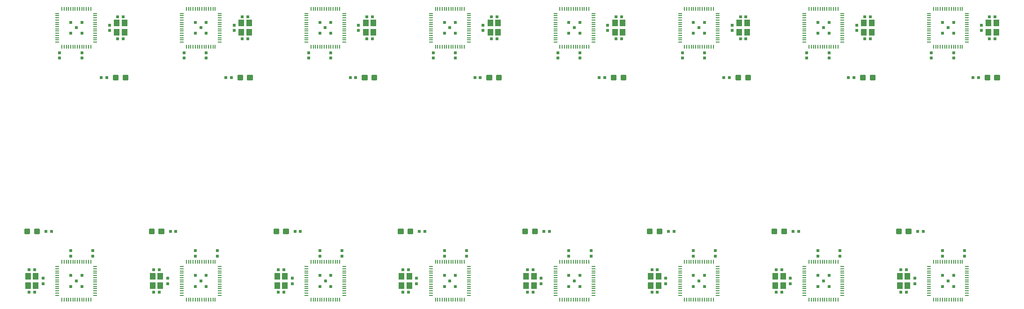
<source format=gtp>
G04 EAGLE Gerber RS-274X export*
G75*
%MOMM*%
%FSLAX34Y34*%
%LPD*%
%INSolderpaste Top*%
%IPPOS*%
%AMOC8*
5,1,8,0,0,1.08239X$1,22.5*%
G01*
%ADD10R,0.600000X0.600000*%
%ADD11C,0.300000*%
%ADD12R,0.200000X0.650000*%
%ADD13R,0.650000X0.200000*%
%ADD14R,1.100000X1.200000*%


D10*
X25000Y100000D03*
X35000Y100000D03*
X25000Y140000D03*
X35000Y140000D03*
D11*
X24730Y206500D02*
X24730Y213500D01*
X24730Y206500D02*
X17730Y206500D01*
X17730Y213500D01*
X24730Y213500D01*
X24730Y209350D02*
X17730Y209350D01*
X17730Y212200D02*
X24730Y212200D01*
X42270Y213500D02*
X42270Y206500D01*
X35270Y206500D01*
X35270Y213500D01*
X42270Y213500D01*
X42270Y209350D02*
X35270Y209350D01*
X35270Y212200D02*
X42270Y212200D01*
D10*
X55000Y210000D03*
X65000Y210000D03*
D12*
X112000Y154250D03*
D10*
X120000Y130000D03*
D12*
X116000Y154250D03*
X120000Y154250D03*
X124000Y154250D03*
X128000Y154250D03*
X132000Y154250D03*
X136000Y154250D03*
X84000Y154250D03*
X88000Y154250D03*
X92000Y154250D03*
X96000Y154250D03*
X100000Y154250D03*
X104000Y154250D03*
X108000Y154250D03*
D13*
X75750Y122000D03*
X75750Y126000D03*
X75750Y130000D03*
X75750Y134000D03*
X75750Y138000D03*
X75750Y142000D03*
X75750Y146000D03*
X75750Y94000D03*
X75750Y98000D03*
X75750Y102000D03*
X75750Y106000D03*
X75750Y110000D03*
X75750Y114000D03*
X75750Y118000D03*
D12*
X108000Y85750D03*
X104000Y85750D03*
X100000Y85750D03*
X96000Y85750D03*
X92000Y85750D03*
X88000Y85750D03*
X84000Y85750D03*
X136000Y85750D03*
X132000Y85750D03*
X128000Y85750D03*
X124000Y85750D03*
X120000Y85750D03*
X116000Y85750D03*
X112000Y85750D03*
D13*
X144250Y118000D03*
X144250Y114000D03*
X144250Y110000D03*
X144250Y106000D03*
X144250Y102000D03*
X144250Y98000D03*
X144250Y94000D03*
X144250Y146000D03*
X144250Y142000D03*
X144250Y138000D03*
X144250Y134000D03*
X144250Y130000D03*
X144250Y126000D03*
X144250Y122000D03*
D10*
X100000Y130000D03*
X100000Y110000D03*
X120000Y110000D03*
X110000Y120000D03*
X50000Y115000D03*
X50000Y125000D03*
X100000Y165000D03*
X100000Y175000D03*
X140000Y165000D03*
X140000Y175000D03*
D14*
X22900Y128540D03*
X22900Y111540D03*
X36900Y111540D03*
X36900Y128540D03*
D10*
X250069Y100000D03*
X260069Y100000D03*
X250069Y140000D03*
X260069Y140000D03*
D11*
X249799Y206500D02*
X249799Y213500D01*
X249799Y206500D02*
X242799Y206500D01*
X242799Y213500D01*
X249799Y213500D01*
X249799Y209350D02*
X242799Y209350D01*
X242799Y212200D02*
X249799Y212200D01*
X267339Y213500D02*
X267339Y206500D01*
X260339Y206500D01*
X260339Y213500D01*
X267339Y213500D01*
X267339Y209350D02*
X260339Y209350D01*
X260339Y212200D02*
X267339Y212200D01*
D10*
X280069Y210000D03*
X290069Y210000D03*
D12*
X337069Y154250D03*
D10*
X345069Y130000D03*
D12*
X341069Y154250D03*
X345069Y154250D03*
X349069Y154250D03*
X353069Y154250D03*
X357069Y154250D03*
X361069Y154250D03*
X309069Y154250D03*
X313069Y154250D03*
X317069Y154250D03*
X321069Y154250D03*
X325069Y154250D03*
X329069Y154250D03*
X333069Y154250D03*
D13*
X300819Y122000D03*
X300819Y126000D03*
X300819Y130000D03*
X300819Y134000D03*
X300819Y138000D03*
X300819Y142000D03*
X300819Y146000D03*
X300819Y94000D03*
X300819Y98000D03*
X300819Y102000D03*
X300819Y106000D03*
X300819Y110000D03*
X300819Y114000D03*
X300819Y118000D03*
D12*
X333069Y85750D03*
X329069Y85750D03*
X325069Y85750D03*
X321069Y85750D03*
X317069Y85750D03*
X313069Y85750D03*
X309069Y85750D03*
X361069Y85750D03*
X357069Y85750D03*
X353069Y85750D03*
X349069Y85750D03*
X345069Y85750D03*
X341069Y85750D03*
X337069Y85750D03*
D13*
X369319Y118000D03*
X369319Y114000D03*
X369319Y110000D03*
X369319Y106000D03*
X369319Y102000D03*
X369319Y98000D03*
X369319Y94000D03*
X369319Y146000D03*
X369319Y142000D03*
X369319Y138000D03*
X369319Y134000D03*
X369319Y130000D03*
X369319Y126000D03*
X369319Y122000D03*
D10*
X325069Y130000D03*
X325069Y110000D03*
X345069Y110000D03*
X335069Y120000D03*
X275069Y115000D03*
X275069Y125000D03*
X325069Y165000D03*
X325069Y175000D03*
X365069Y165000D03*
X365069Y175000D03*
D14*
X247969Y128540D03*
X247969Y111540D03*
X261969Y111540D03*
X261969Y128540D03*
D10*
X475164Y100000D03*
X485164Y100000D03*
X475164Y140000D03*
X485164Y140000D03*
D11*
X474894Y206500D02*
X474894Y213500D01*
X474894Y206500D02*
X467894Y206500D01*
X467894Y213500D01*
X474894Y213500D01*
X474894Y209350D02*
X467894Y209350D01*
X467894Y212200D02*
X474894Y212200D01*
X492434Y213500D02*
X492434Y206500D01*
X485434Y206500D01*
X485434Y213500D01*
X492434Y213500D01*
X492434Y209350D02*
X485434Y209350D01*
X485434Y212200D02*
X492434Y212200D01*
D10*
X505164Y210000D03*
X515164Y210000D03*
D12*
X562164Y154250D03*
D10*
X570164Y130000D03*
D12*
X566164Y154250D03*
X570164Y154250D03*
X574164Y154250D03*
X578164Y154250D03*
X582164Y154250D03*
X586164Y154250D03*
X534164Y154250D03*
X538164Y154250D03*
X542164Y154250D03*
X546164Y154250D03*
X550164Y154250D03*
X554164Y154250D03*
X558164Y154250D03*
D13*
X525914Y122000D03*
X525914Y126000D03*
X525914Y130000D03*
X525914Y134000D03*
X525914Y138000D03*
X525914Y142000D03*
X525914Y146000D03*
X525914Y94000D03*
X525914Y98000D03*
X525914Y102000D03*
X525914Y106000D03*
X525914Y110000D03*
X525914Y114000D03*
X525914Y118000D03*
D12*
X558164Y85750D03*
X554164Y85750D03*
X550164Y85750D03*
X546164Y85750D03*
X542164Y85750D03*
X538164Y85750D03*
X534164Y85750D03*
X586164Y85750D03*
X582164Y85750D03*
X578164Y85750D03*
X574164Y85750D03*
X570164Y85750D03*
X566164Y85750D03*
X562164Y85750D03*
D13*
X594414Y118000D03*
X594414Y114000D03*
X594414Y110000D03*
X594414Y106000D03*
X594414Y102000D03*
X594414Y98000D03*
X594414Y94000D03*
X594414Y146000D03*
X594414Y142000D03*
X594414Y138000D03*
X594414Y134000D03*
X594414Y130000D03*
X594414Y126000D03*
X594414Y122000D03*
D10*
X550164Y130000D03*
X550164Y110000D03*
X570164Y110000D03*
X560164Y120000D03*
X500164Y115000D03*
X500164Y125000D03*
X550164Y165000D03*
X550164Y175000D03*
X590164Y165000D03*
X590164Y175000D03*
D14*
X473064Y128540D03*
X473064Y111540D03*
X487064Y111540D03*
X487064Y128540D03*
D10*
X700234Y100000D03*
X710234Y100000D03*
X700234Y140000D03*
X710234Y140000D03*
D11*
X699964Y206500D02*
X699964Y213500D01*
X699964Y206500D02*
X692964Y206500D01*
X692964Y213500D01*
X699964Y213500D01*
X699964Y209350D02*
X692964Y209350D01*
X692964Y212200D02*
X699964Y212200D01*
X717504Y213500D02*
X717504Y206500D01*
X710504Y206500D01*
X710504Y213500D01*
X717504Y213500D01*
X717504Y209350D02*
X710504Y209350D01*
X710504Y212200D02*
X717504Y212200D01*
D10*
X730234Y210000D03*
X740234Y210000D03*
D12*
X787234Y154250D03*
D10*
X795234Y130000D03*
D12*
X791234Y154250D03*
X795234Y154250D03*
X799234Y154250D03*
X803234Y154250D03*
X807234Y154250D03*
X811234Y154250D03*
X759234Y154250D03*
X763234Y154250D03*
X767234Y154250D03*
X771234Y154250D03*
X775234Y154250D03*
X779234Y154250D03*
X783234Y154250D03*
D13*
X750984Y122000D03*
X750984Y126000D03*
X750984Y130000D03*
X750984Y134000D03*
X750984Y138000D03*
X750984Y142000D03*
X750984Y146000D03*
X750984Y94000D03*
X750984Y98000D03*
X750984Y102000D03*
X750984Y106000D03*
X750984Y110000D03*
X750984Y114000D03*
X750984Y118000D03*
D12*
X783234Y85750D03*
X779234Y85750D03*
X775234Y85750D03*
X771234Y85750D03*
X767234Y85750D03*
X763234Y85750D03*
X759234Y85750D03*
X811234Y85750D03*
X807234Y85750D03*
X803234Y85750D03*
X799234Y85750D03*
X795234Y85750D03*
X791234Y85750D03*
X787234Y85750D03*
D13*
X819484Y118000D03*
X819484Y114000D03*
X819484Y110000D03*
X819484Y106000D03*
X819484Y102000D03*
X819484Y98000D03*
X819484Y94000D03*
X819484Y146000D03*
X819484Y142000D03*
X819484Y138000D03*
X819484Y134000D03*
X819484Y130000D03*
X819484Y126000D03*
X819484Y122000D03*
D10*
X775234Y130000D03*
X775234Y110000D03*
X795234Y110000D03*
X785234Y120000D03*
X725234Y115000D03*
X725234Y125000D03*
X775234Y165000D03*
X775234Y175000D03*
X815234Y165000D03*
X815234Y175000D03*
D14*
X698134Y128540D03*
X698134Y111540D03*
X712134Y111540D03*
X712134Y128540D03*
D10*
X925328Y100000D03*
X935328Y100000D03*
X925328Y140000D03*
X935328Y140000D03*
D11*
X925058Y206500D02*
X925058Y213500D01*
X925058Y206500D02*
X918058Y206500D01*
X918058Y213500D01*
X925058Y213500D01*
X925058Y209350D02*
X918058Y209350D01*
X918058Y212200D02*
X925058Y212200D01*
X942598Y213500D02*
X942598Y206500D01*
X935598Y206500D01*
X935598Y213500D01*
X942598Y213500D01*
X942598Y209350D02*
X935598Y209350D01*
X935598Y212200D02*
X942598Y212200D01*
D10*
X955328Y210000D03*
X965328Y210000D03*
D12*
X1012328Y154250D03*
D10*
X1020328Y130000D03*
D12*
X1016328Y154250D03*
X1020328Y154250D03*
X1024328Y154250D03*
X1028328Y154250D03*
X1032328Y154250D03*
X1036328Y154250D03*
X984328Y154250D03*
X988328Y154250D03*
X992328Y154250D03*
X996328Y154250D03*
X1000328Y154250D03*
X1004328Y154250D03*
X1008328Y154250D03*
D13*
X976078Y122000D03*
X976078Y126000D03*
X976078Y130000D03*
X976078Y134000D03*
X976078Y138000D03*
X976078Y142000D03*
X976078Y146000D03*
X976078Y94000D03*
X976078Y98000D03*
X976078Y102000D03*
X976078Y106000D03*
X976078Y110000D03*
X976078Y114000D03*
X976078Y118000D03*
D12*
X1008328Y85750D03*
X1004328Y85750D03*
X1000328Y85750D03*
X996328Y85750D03*
X992328Y85750D03*
X988328Y85750D03*
X984328Y85750D03*
X1036328Y85750D03*
X1032328Y85750D03*
X1028328Y85750D03*
X1024328Y85750D03*
X1020328Y85750D03*
X1016328Y85750D03*
X1012328Y85750D03*
D13*
X1044578Y118000D03*
X1044578Y114000D03*
X1044578Y110000D03*
X1044578Y106000D03*
X1044578Y102000D03*
X1044578Y98000D03*
X1044578Y94000D03*
X1044578Y146000D03*
X1044578Y142000D03*
X1044578Y138000D03*
X1044578Y134000D03*
X1044578Y130000D03*
X1044578Y126000D03*
X1044578Y122000D03*
D10*
X1000328Y130000D03*
X1000328Y110000D03*
X1020328Y110000D03*
X1010328Y120000D03*
X950328Y115000D03*
X950328Y125000D03*
X1000328Y165000D03*
X1000328Y175000D03*
X1040328Y165000D03*
X1040328Y175000D03*
D14*
X923228Y128540D03*
X923228Y111540D03*
X937228Y111540D03*
X937228Y128540D03*
D10*
X1150398Y100000D03*
X1160398Y100000D03*
X1150398Y140000D03*
X1160398Y140000D03*
D11*
X1150128Y206500D02*
X1150128Y213500D01*
X1150128Y206500D02*
X1143128Y206500D01*
X1143128Y213500D01*
X1150128Y213500D01*
X1150128Y209350D02*
X1143128Y209350D01*
X1143128Y212200D02*
X1150128Y212200D01*
X1167668Y213500D02*
X1167668Y206500D01*
X1160668Y206500D01*
X1160668Y213500D01*
X1167668Y213500D01*
X1167668Y209350D02*
X1160668Y209350D01*
X1160668Y212200D02*
X1167668Y212200D01*
D10*
X1180398Y210000D03*
X1190398Y210000D03*
D12*
X1237398Y154250D03*
D10*
X1245398Y130000D03*
D12*
X1241398Y154250D03*
X1245398Y154250D03*
X1249398Y154250D03*
X1253398Y154250D03*
X1257398Y154250D03*
X1261398Y154250D03*
X1209398Y154250D03*
X1213398Y154250D03*
X1217398Y154250D03*
X1221398Y154250D03*
X1225398Y154250D03*
X1229398Y154250D03*
X1233398Y154250D03*
D13*
X1201148Y122000D03*
X1201148Y126000D03*
X1201148Y130000D03*
X1201148Y134000D03*
X1201148Y138000D03*
X1201148Y142000D03*
X1201148Y146000D03*
X1201148Y94000D03*
X1201148Y98000D03*
X1201148Y102000D03*
X1201148Y106000D03*
X1201148Y110000D03*
X1201148Y114000D03*
X1201148Y118000D03*
D12*
X1233398Y85750D03*
X1229398Y85750D03*
X1225398Y85750D03*
X1221398Y85750D03*
X1217398Y85750D03*
X1213398Y85750D03*
X1209398Y85750D03*
X1261398Y85750D03*
X1257398Y85750D03*
X1253398Y85750D03*
X1249398Y85750D03*
X1245398Y85750D03*
X1241398Y85750D03*
X1237398Y85750D03*
D13*
X1269648Y118000D03*
X1269648Y114000D03*
X1269648Y110000D03*
X1269648Y106000D03*
X1269648Y102000D03*
X1269648Y98000D03*
X1269648Y94000D03*
X1269648Y146000D03*
X1269648Y142000D03*
X1269648Y138000D03*
X1269648Y134000D03*
X1269648Y130000D03*
X1269648Y126000D03*
X1269648Y122000D03*
D10*
X1225398Y130000D03*
X1225398Y110000D03*
X1245398Y110000D03*
X1235398Y120000D03*
X1175398Y115000D03*
X1175398Y125000D03*
X1225398Y165000D03*
X1225398Y175000D03*
X1265398Y165000D03*
X1265398Y175000D03*
D14*
X1148298Y128540D03*
X1148298Y111540D03*
X1162298Y111540D03*
X1162298Y128540D03*
D10*
X1375493Y100000D03*
X1385493Y100000D03*
X1375493Y140000D03*
X1385493Y140000D03*
D11*
X1375223Y206500D02*
X1375223Y213500D01*
X1375223Y206500D02*
X1368223Y206500D01*
X1368223Y213500D01*
X1375223Y213500D01*
X1375223Y209350D02*
X1368223Y209350D01*
X1368223Y212200D02*
X1375223Y212200D01*
X1392763Y213500D02*
X1392763Y206500D01*
X1385763Y206500D01*
X1385763Y213500D01*
X1392763Y213500D01*
X1392763Y209350D02*
X1385763Y209350D01*
X1385763Y212200D02*
X1392763Y212200D01*
D10*
X1405493Y210000D03*
X1415493Y210000D03*
D12*
X1462493Y154250D03*
D10*
X1470493Y130000D03*
D12*
X1466493Y154250D03*
X1470493Y154250D03*
X1474493Y154250D03*
X1478493Y154250D03*
X1482493Y154250D03*
X1486493Y154250D03*
X1434493Y154250D03*
X1438493Y154250D03*
X1442493Y154250D03*
X1446493Y154250D03*
X1450493Y154250D03*
X1454493Y154250D03*
X1458493Y154250D03*
D13*
X1426243Y122000D03*
X1426243Y126000D03*
X1426243Y130000D03*
X1426243Y134000D03*
X1426243Y138000D03*
X1426243Y142000D03*
X1426243Y146000D03*
X1426243Y94000D03*
X1426243Y98000D03*
X1426243Y102000D03*
X1426243Y106000D03*
X1426243Y110000D03*
X1426243Y114000D03*
X1426243Y118000D03*
D12*
X1458493Y85750D03*
X1454493Y85750D03*
X1450493Y85750D03*
X1446493Y85750D03*
X1442493Y85750D03*
X1438493Y85750D03*
X1434493Y85750D03*
X1486493Y85750D03*
X1482493Y85750D03*
X1478493Y85750D03*
X1474493Y85750D03*
X1470493Y85750D03*
X1466493Y85750D03*
X1462493Y85750D03*
D13*
X1494743Y118000D03*
X1494743Y114000D03*
X1494743Y110000D03*
X1494743Y106000D03*
X1494743Y102000D03*
X1494743Y98000D03*
X1494743Y94000D03*
X1494743Y146000D03*
X1494743Y142000D03*
X1494743Y138000D03*
X1494743Y134000D03*
X1494743Y130000D03*
X1494743Y126000D03*
X1494743Y122000D03*
D10*
X1450493Y130000D03*
X1450493Y110000D03*
X1470493Y110000D03*
X1460493Y120000D03*
X1400493Y115000D03*
X1400493Y125000D03*
X1450493Y165000D03*
X1450493Y175000D03*
X1490493Y165000D03*
X1490493Y175000D03*
D14*
X1373393Y128540D03*
X1373393Y111540D03*
X1387393Y111540D03*
X1387393Y128540D03*
D10*
X1600562Y100000D03*
X1610562Y100000D03*
X1600562Y140000D03*
X1610562Y140000D03*
D11*
X1600292Y206500D02*
X1600292Y213500D01*
X1600292Y206500D02*
X1593292Y206500D01*
X1593292Y213500D01*
X1600292Y213500D01*
X1600292Y209350D02*
X1593292Y209350D01*
X1593292Y212200D02*
X1600292Y212200D01*
X1617832Y213500D02*
X1617832Y206500D01*
X1610832Y206500D01*
X1610832Y213500D01*
X1617832Y213500D01*
X1617832Y209350D02*
X1610832Y209350D01*
X1610832Y212200D02*
X1617832Y212200D01*
D10*
X1630562Y210000D03*
X1640562Y210000D03*
D12*
X1687562Y154250D03*
D10*
X1695562Y130000D03*
D12*
X1691562Y154250D03*
X1695562Y154250D03*
X1699562Y154250D03*
X1703562Y154250D03*
X1707562Y154250D03*
X1711562Y154250D03*
X1659562Y154250D03*
X1663562Y154250D03*
X1667562Y154250D03*
X1671562Y154250D03*
X1675562Y154250D03*
X1679562Y154250D03*
X1683562Y154250D03*
D13*
X1651312Y122000D03*
X1651312Y126000D03*
X1651312Y130000D03*
X1651312Y134000D03*
X1651312Y138000D03*
X1651312Y142000D03*
X1651312Y146000D03*
X1651312Y94000D03*
X1651312Y98000D03*
X1651312Y102000D03*
X1651312Y106000D03*
X1651312Y110000D03*
X1651312Y114000D03*
X1651312Y118000D03*
D12*
X1683562Y85750D03*
X1679562Y85750D03*
X1675562Y85750D03*
X1671562Y85750D03*
X1667562Y85750D03*
X1663562Y85750D03*
X1659562Y85750D03*
X1711562Y85750D03*
X1707562Y85750D03*
X1703562Y85750D03*
X1699562Y85750D03*
X1695562Y85750D03*
X1691562Y85750D03*
X1687562Y85750D03*
D13*
X1719812Y118000D03*
X1719812Y114000D03*
X1719812Y110000D03*
X1719812Y106000D03*
X1719812Y102000D03*
X1719812Y98000D03*
X1719812Y94000D03*
X1719812Y146000D03*
X1719812Y142000D03*
X1719812Y138000D03*
X1719812Y134000D03*
X1719812Y130000D03*
X1719812Y126000D03*
X1719812Y122000D03*
D10*
X1675562Y130000D03*
X1675562Y110000D03*
X1695562Y110000D03*
X1685562Y120000D03*
X1625562Y115000D03*
X1625562Y125000D03*
X1675562Y165000D03*
X1675562Y175000D03*
X1715562Y165000D03*
X1715562Y175000D03*
D14*
X1598462Y128540D03*
X1598462Y111540D03*
X1612462Y111540D03*
X1612462Y128540D03*
D10*
X194989Y598500D03*
X184989Y598500D03*
X194989Y558500D03*
X184989Y558500D03*
D11*
X195259Y492000D02*
X195259Y485000D01*
X195259Y492000D02*
X202259Y492000D01*
X202259Y485000D01*
X195259Y485000D01*
X195259Y487850D02*
X202259Y487850D01*
X202259Y490700D02*
X195259Y490700D01*
X177719Y492000D02*
X177719Y485000D01*
X177719Y492000D02*
X184719Y492000D01*
X184719Y485000D01*
X177719Y485000D01*
X177719Y487850D02*
X184719Y487850D01*
X184719Y490700D02*
X177719Y490700D01*
D10*
X164989Y488500D03*
X154989Y488500D03*
D12*
X107989Y544250D03*
D10*
X99989Y568500D03*
D12*
X103989Y544250D03*
X99989Y544250D03*
X95989Y544250D03*
X91989Y544250D03*
X87989Y544250D03*
X83989Y544250D03*
X135989Y544250D03*
X131989Y544250D03*
X127989Y544250D03*
X123989Y544250D03*
X119989Y544250D03*
X115989Y544250D03*
X111989Y544250D03*
D13*
X144239Y576500D03*
X144239Y572500D03*
X144239Y568500D03*
X144239Y564500D03*
X144239Y560500D03*
X144239Y556500D03*
X144239Y552500D03*
X144239Y604500D03*
X144239Y600500D03*
X144239Y596500D03*
X144239Y592500D03*
X144239Y588500D03*
X144239Y584500D03*
X144239Y580500D03*
D12*
X111989Y612750D03*
X115989Y612750D03*
X119989Y612750D03*
X123989Y612750D03*
X127989Y612750D03*
X131989Y612750D03*
X135989Y612750D03*
X83989Y612750D03*
X87989Y612750D03*
X91989Y612750D03*
X95989Y612750D03*
X99989Y612750D03*
X103989Y612750D03*
X107989Y612750D03*
D13*
X75739Y580500D03*
X75739Y584500D03*
X75739Y588500D03*
X75739Y592500D03*
X75739Y596500D03*
X75739Y600500D03*
X75739Y604500D03*
X75739Y552500D03*
X75739Y556500D03*
X75739Y560500D03*
X75739Y564500D03*
X75739Y568500D03*
X75739Y572500D03*
X75739Y576500D03*
D10*
X119989Y568500D03*
X119989Y588500D03*
X99989Y588500D03*
X109989Y578500D03*
X169989Y583500D03*
X169989Y573500D03*
X119989Y533500D03*
X119989Y523500D03*
X79989Y533500D03*
X79989Y523500D03*
D14*
X197089Y569960D03*
X197089Y586960D03*
X183089Y586960D03*
X183089Y569960D03*
D10*
X420084Y598500D03*
X410084Y598500D03*
X420084Y558500D03*
X410084Y558500D03*
D11*
X420354Y492000D02*
X420354Y485000D01*
X420354Y492000D02*
X427354Y492000D01*
X427354Y485000D01*
X420354Y485000D01*
X420354Y487850D02*
X427354Y487850D01*
X427354Y490700D02*
X420354Y490700D01*
X402814Y492000D02*
X402814Y485000D01*
X402814Y492000D02*
X409814Y492000D01*
X409814Y485000D01*
X402814Y485000D01*
X402814Y487850D02*
X409814Y487850D01*
X409814Y490700D02*
X402814Y490700D01*
D10*
X390084Y488500D03*
X380084Y488500D03*
D12*
X333084Y544250D03*
D10*
X325084Y568500D03*
D12*
X329084Y544250D03*
X325084Y544250D03*
X321084Y544250D03*
X317084Y544250D03*
X313084Y544250D03*
X309084Y544250D03*
X361084Y544250D03*
X357084Y544250D03*
X353084Y544250D03*
X349084Y544250D03*
X345084Y544250D03*
X341084Y544250D03*
X337084Y544250D03*
D13*
X369334Y576500D03*
X369334Y572500D03*
X369334Y568500D03*
X369334Y564500D03*
X369334Y560500D03*
X369334Y556500D03*
X369334Y552500D03*
X369334Y604500D03*
X369334Y600500D03*
X369334Y596500D03*
X369334Y592500D03*
X369334Y588500D03*
X369334Y584500D03*
X369334Y580500D03*
D12*
X337084Y612750D03*
X341084Y612750D03*
X345084Y612750D03*
X349084Y612750D03*
X353084Y612750D03*
X357084Y612750D03*
X361084Y612750D03*
X309084Y612750D03*
X313084Y612750D03*
X317084Y612750D03*
X321084Y612750D03*
X325084Y612750D03*
X329084Y612750D03*
X333084Y612750D03*
D13*
X300834Y580500D03*
X300834Y584500D03*
X300834Y588500D03*
X300834Y592500D03*
X300834Y596500D03*
X300834Y600500D03*
X300834Y604500D03*
X300834Y552500D03*
X300834Y556500D03*
X300834Y560500D03*
X300834Y564500D03*
X300834Y568500D03*
X300834Y572500D03*
X300834Y576500D03*
D10*
X345084Y568500D03*
X345084Y588500D03*
X325084Y588500D03*
X335084Y578500D03*
X395084Y583500D03*
X395084Y573500D03*
X345084Y533500D03*
X345084Y523500D03*
X305084Y533500D03*
X305084Y523500D03*
D14*
X422184Y569960D03*
X422184Y586960D03*
X408184Y586960D03*
X408184Y569960D03*
D10*
X645154Y598500D03*
X635154Y598500D03*
X645154Y558500D03*
X635154Y558500D03*
D11*
X645424Y492000D02*
X645424Y485000D01*
X645424Y492000D02*
X652424Y492000D01*
X652424Y485000D01*
X645424Y485000D01*
X645424Y487850D02*
X652424Y487850D01*
X652424Y490700D02*
X645424Y490700D01*
X627884Y492000D02*
X627884Y485000D01*
X627884Y492000D02*
X634884Y492000D01*
X634884Y485000D01*
X627884Y485000D01*
X627884Y487850D02*
X634884Y487850D01*
X634884Y490700D02*
X627884Y490700D01*
D10*
X615154Y488500D03*
X605154Y488500D03*
D12*
X558154Y544250D03*
D10*
X550154Y568500D03*
D12*
X554154Y544250D03*
X550154Y544250D03*
X546154Y544250D03*
X542154Y544250D03*
X538154Y544250D03*
X534154Y544250D03*
X586154Y544250D03*
X582154Y544250D03*
X578154Y544250D03*
X574154Y544250D03*
X570154Y544250D03*
X566154Y544250D03*
X562154Y544250D03*
D13*
X594404Y576500D03*
X594404Y572500D03*
X594404Y568500D03*
X594404Y564500D03*
X594404Y560500D03*
X594404Y556500D03*
X594404Y552500D03*
X594404Y604500D03*
X594404Y600500D03*
X594404Y596500D03*
X594404Y592500D03*
X594404Y588500D03*
X594404Y584500D03*
X594404Y580500D03*
D12*
X562154Y612750D03*
X566154Y612750D03*
X570154Y612750D03*
X574154Y612750D03*
X578154Y612750D03*
X582154Y612750D03*
X586154Y612750D03*
X534154Y612750D03*
X538154Y612750D03*
X542154Y612750D03*
X546154Y612750D03*
X550154Y612750D03*
X554154Y612750D03*
X558154Y612750D03*
D13*
X525904Y580500D03*
X525904Y584500D03*
X525904Y588500D03*
X525904Y592500D03*
X525904Y596500D03*
X525904Y600500D03*
X525904Y604500D03*
X525904Y552500D03*
X525904Y556500D03*
X525904Y560500D03*
X525904Y564500D03*
X525904Y568500D03*
X525904Y572500D03*
X525904Y576500D03*
D10*
X570154Y568500D03*
X570154Y588500D03*
X550154Y588500D03*
X560154Y578500D03*
X620154Y583500D03*
X620154Y573500D03*
X570154Y533500D03*
X570154Y523500D03*
X530154Y533500D03*
X530154Y523500D03*
D14*
X647254Y569960D03*
X647254Y586960D03*
X633254Y586960D03*
X633254Y569960D03*
D10*
X870248Y598500D03*
X860248Y598500D03*
X870248Y558500D03*
X860248Y558500D03*
D11*
X870518Y492000D02*
X870518Y485000D01*
X870518Y492000D02*
X877518Y492000D01*
X877518Y485000D01*
X870518Y485000D01*
X870518Y487850D02*
X877518Y487850D01*
X877518Y490700D02*
X870518Y490700D01*
X852978Y492000D02*
X852978Y485000D01*
X852978Y492000D02*
X859978Y492000D01*
X859978Y485000D01*
X852978Y485000D01*
X852978Y487850D02*
X859978Y487850D01*
X859978Y490700D02*
X852978Y490700D01*
D10*
X840248Y488500D03*
X830248Y488500D03*
D12*
X783248Y544250D03*
D10*
X775248Y568500D03*
D12*
X779248Y544250D03*
X775248Y544250D03*
X771248Y544250D03*
X767248Y544250D03*
X763248Y544250D03*
X759248Y544250D03*
X811248Y544250D03*
X807248Y544250D03*
X803248Y544250D03*
X799248Y544250D03*
X795248Y544250D03*
X791248Y544250D03*
X787248Y544250D03*
D13*
X819498Y576500D03*
X819498Y572500D03*
X819498Y568500D03*
X819498Y564500D03*
X819498Y560500D03*
X819498Y556500D03*
X819498Y552500D03*
X819498Y604500D03*
X819498Y600500D03*
X819498Y596500D03*
X819498Y592500D03*
X819498Y588500D03*
X819498Y584500D03*
X819498Y580500D03*
D12*
X787248Y612750D03*
X791248Y612750D03*
X795248Y612750D03*
X799248Y612750D03*
X803248Y612750D03*
X807248Y612750D03*
X811248Y612750D03*
X759248Y612750D03*
X763248Y612750D03*
X767248Y612750D03*
X771248Y612750D03*
X775248Y612750D03*
X779248Y612750D03*
X783248Y612750D03*
D13*
X750998Y580500D03*
X750998Y584500D03*
X750998Y588500D03*
X750998Y592500D03*
X750998Y596500D03*
X750998Y600500D03*
X750998Y604500D03*
X750998Y552500D03*
X750998Y556500D03*
X750998Y560500D03*
X750998Y564500D03*
X750998Y568500D03*
X750998Y572500D03*
X750998Y576500D03*
D10*
X795248Y568500D03*
X795248Y588500D03*
X775248Y588500D03*
X785248Y578500D03*
X845248Y583500D03*
X845248Y573500D03*
X795248Y533500D03*
X795248Y523500D03*
X755248Y533500D03*
X755248Y523500D03*
D14*
X872348Y569960D03*
X872348Y586960D03*
X858348Y586960D03*
X858348Y569960D03*
D10*
X1095318Y598500D03*
X1085318Y598500D03*
X1095318Y558500D03*
X1085318Y558500D03*
D11*
X1095588Y492000D02*
X1095588Y485000D01*
X1095588Y492000D02*
X1102588Y492000D01*
X1102588Y485000D01*
X1095588Y485000D01*
X1095588Y487850D02*
X1102588Y487850D01*
X1102588Y490700D02*
X1095588Y490700D01*
X1078048Y492000D02*
X1078048Y485000D01*
X1078048Y492000D02*
X1085048Y492000D01*
X1085048Y485000D01*
X1078048Y485000D01*
X1078048Y487850D02*
X1085048Y487850D01*
X1085048Y490700D02*
X1078048Y490700D01*
D10*
X1065318Y488500D03*
X1055318Y488500D03*
D12*
X1008318Y544250D03*
D10*
X1000318Y568500D03*
D12*
X1004318Y544250D03*
X1000318Y544250D03*
X996318Y544250D03*
X992318Y544250D03*
X988318Y544250D03*
X984318Y544250D03*
X1036318Y544250D03*
X1032318Y544250D03*
X1028318Y544250D03*
X1024318Y544250D03*
X1020318Y544250D03*
X1016318Y544250D03*
X1012318Y544250D03*
D13*
X1044568Y576500D03*
X1044568Y572500D03*
X1044568Y568500D03*
X1044568Y564500D03*
X1044568Y560500D03*
X1044568Y556500D03*
X1044568Y552500D03*
X1044568Y604500D03*
X1044568Y600500D03*
X1044568Y596500D03*
X1044568Y592500D03*
X1044568Y588500D03*
X1044568Y584500D03*
X1044568Y580500D03*
D12*
X1012318Y612750D03*
X1016318Y612750D03*
X1020318Y612750D03*
X1024318Y612750D03*
X1028318Y612750D03*
X1032318Y612750D03*
X1036318Y612750D03*
X984318Y612750D03*
X988318Y612750D03*
X992318Y612750D03*
X996318Y612750D03*
X1000318Y612750D03*
X1004318Y612750D03*
X1008318Y612750D03*
D13*
X976068Y580500D03*
X976068Y584500D03*
X976068Y588500D03*
X976068Y592500D03*
X976068Y596500D03*
X976068Y600500D03*
X976068Y604500D03*
X976068Y552500D03*
X976068Y556500D03*
X976068Y560500D03*
X976068Y564500D03*
X976068Y568500D03*
X976068Y572500D03*
X976068Y576500D03*
D10*
X1020318Y568500D03*
X1020318Y588500D03*
X1000318Y588500D03*
X1010318Y578500D03*
X1070318Y583500D03*
X1070318Y573500D03*
X1020318Y533500D03*
X1020318Y523500D03*
X980318Y533500D03*
X980318Y523500D03*
D14*
X1097418Y569960D03*
X1097418Y586960D03*
X1083418Y586960D03*
X1083418Y569960D03*
D10*
X1320413Y598500D03*
X1310413Y598500D03*
X1320413Y558500D03*
X1310413Y558500D03*
D11*
X1320683Y492000D02*
X1320683Y485000D01*
X1320683Y492000D02*
X1327683Y492000D01*
X1327683Y485000D01*
X1320683Y485000D01*
X1320683Y487850D02*
X1327683Y487850D01*
X1327683Y490700D02*
X1320683Y490700D01*
X1303143Y492000D02*
X1303143Y485000D01*
X1303143Y492000D02*
X1310143Y492000D01*
X1310143Y485000D01*
X1303143Y485000D01*
X1303143Y487850D02*
X1310143Y487850D01*
X1310143Y490700D02*
X1303143Y490700D01*
D10*
X1290413Y488500D03*
X1280413Y488500D03*
D12*
X1233413Y544250D03*
D10*
X1225413Y568500D03*
D12*
X1229413Y544250D03*
X1225413Y544250D03*
X1221413Y544250D03*
X1217413Y544250D03*
X1213413Y544250D03*
X1209413Y544250D03*
X1261413Y544250D03*
X1257413Y544250D03*
X1253413Y544250D03*
X1249413Y544250D03*
X1245413Y544250D03*
X1241413Y544250D03*
X1237413Y544250D03*
D13*
X1269663Y576500D03*
X1269663Y572500D03*
X1269663Y568500D03*
X1269663Y564500D03*
X1269663Y560500D03*
X1269663Y556500D03*
X1269663Y552500D03*
X1269663Y604500D03*
X1269663Y600500D03*
X1269663Y596500D03*
X1269663Y592500D03*
X1269663Y588500D03*
X1269663Y584500D03*
X1269663Y580500D03*
D12*
X1237413Y612750D03*
X1241413Y612750D03*
X1245413Y612750D03*
X1249413Y612750D03*
X1253413Y612750D03*
X1257413Y612750D03*
X1261413Y612750D03*
X1209413Y612750D03*
X1213413Y612750D03*
X1217413Y612750D03*
X1221413Y612750D03*
X1225413Y612750D03*
X1229413Y612750D03*
X1233413Y612750D03*
D13*
X1201163Y580500D03*
X1201163Y584500D03*
X1201163Y588500D03*
X1201163Y592500D03*
X1201163Y596500D03*
X1201163Y600500D03*
X1201163Y604500D03*
X1201163Y552500D03*
X1201163Y556500D03*
X1201163Y560500D03*
X1201163Y564500D03*
X1201163Y568500D03*
X1201163Y572500D03*
X1201163Y576500D03*
D10*
X1245413Y568500D03*
X1245413Y588500D03*
X1225413Y588500D03*
X1235413Y578500D03*
X1295413Y583500D03*
X1295413Y573500D03*
X1245413Y533500D03*
X1245413Y523500D03*
X1205413Y533500D03*
X1205413Y523500D03*
D14*
X1322513Y569960D03*
X1322513Y586960D03*
X1308513Y586960D03*
X1308513Y569960D03*
D10*
X1545482Y598500D03*
X1535482Y598500D03*
X1545482Y558500D03*
X1535482Y558500D03*
D11*
X1545752Y492000D02*
X1545752Y485000D01*
X1545752Y492000D02*
X1552752Y492000D01*
X1552752Y485000D01*
X1545752Y485000D01*
X1545752Y487850D02*
X1552752Y487850D01*
X1552752Y490700D02*
X1545752Y490700D01*
X1528212Y492000D02*
X1528212Y485000D01*
X1528212Y492000D02*
X1535212Y492000D01*
X1535212Y485000D01*
X1528212Y485000D01*
X1528212Y487850D02*
X1535212Y487850D01*
X1535212Y490700D02*
X1528212Y490700D01*
D10*
X1515482Y488500D03*
X1505482Y488500D03*
D12*
X1458482Y544250D03*
D10*
X1450482Y568500D03*
D12*
X1454482Y544250D03*
X1450482Y544250D03*
X1446482Y544250D03*
X1442482Y544250D03*
X1438482Y544250D03*
X1434482Y544250D03*
X1486482Y544250D03*
X1482482Y544250D03*
X1478482Y544250D03*
X1474482Y544250D03*
X1470482Y544250D03*
X1466482Y544250D03*
X1462482Y544250D03*
D13*
X1494732Y576500D03*
X1494732Y572500D03*
X1494732Y568500D03*
X1494732Y564500D03*
X1494732Y560500D03*
X1494732Y556500D03*
X1494732Y552500D03*
X1494732Y604500D03*
X1494732Y600500D03*
X1494732Y596500D03*
X1494732Y592500D03*
X1494732Y588500D03*
X1494732Y584500D03*
X1494732Y580500D03*
D12*
X1462482Y612750D03*
X1466482Y612750D03*
X1470482Y612750D03*
X1474482Y612750D03*
X1478482Y612750D03*
X1482482Y612750D03*
X1486482Y612750D03*
X1434482Y612750D03*
X1438482Y612750D03*
X1442482Y612750D03*
X1446482Y612750D03*
X1450482Y612750D03*
X1454482Y612750D03*
X1458482Y612750D03*
D13*
X1426232Y580500D03*
X1426232Y584500D03*
X1426232Y588500D03*
X1426232Y592500D03*
X1426232Y596500D03*
X1426232Y600500D03*
X1426232Y604500D03*
X1426232Y552500D03*
X1426232Y556500D03*
X1426232Y560500D03*
X1426232Y564500D03*
X1426232Y568500D03*
X1426232Y572500D03*
X1426232Y576500D03*
D10*
X1470482Y568500D03*
X1470482Y588500D03*
X1450482Y588500D03*
X1460482Y578500D03*
X1520482Y583500D03*
X1520482Y573500D03*
X1470482Y533500D03*
X1470482Y523500D03*
X1430482Y533500D03*
X1430482Y523500D03*
D14*
X1547582Y569960D03*
X1547582Y586960D03*
X1533582Y586960D03*
X1533582Y569960D03*
D10*
X1770551Y598500D03*
X1760551Y598500D03*
X1770551Y558500D03*
X1760551Y558500D03*
D11*
X1770821Y492000D02*
X1770821Y485000D01*
X1770821Y492000D02*
X1777821Y492000D01*
X1777821Y485000D01*
X1770821Y485000D01*
X1770821Y487850D02*
X1777821Y487850D01*
X1777821Y490700D02*
X1770821Y490700D01*
X1753281Y492000D02*
X1753281Y485000D01*
X1753281Y492000D02*
X1760281Y492000D01*
X1760281Y485000D01*
X1753281Y485000D01*
X1753281Y487850D02*
X1760281Y487850D01*
X1760281Y490700D02*
X1753281Y490700D01*
D10*
X1740551Y488500D03*
X1730551Y488500D03*
D12*
X1683551Y544250D03*
D10*
X1675551Y568500D03*
D12*
X1679551Y544250D03*
X1675551Y544250D03*
X1671551Y544250D03*
X1667551Y544250D03*
X1663551Y544250D03*
X1659551Y544250D03*
X1711551Y544250D03*
X1707551Y544250D03*
X1703551Y544250D03*
X1699551Y544250D03*
X1695551Y544250D03*
X1691551Y544250D03*
X1687551Y544250D03*
D13*
X1719801Y576500D03*
X1719801Y572500D03*
X1719801Y568500D03*
X1719801Y564500D03*
X1719801Y560500D03*
X1719801Y556500D03*
X1719801Y552500D03*
X1719801Y604500D03*
X1719801Y600500D03*
X1719801Y596500D03*
X1719801Y592500D03*
X1719801Y588500D03*
X1719801Y584500D03*
X1719801Y580500D03*
D12*
X1687551Y612750D03*
X1691551Y612750D03*
X1695551Y612750D03*
X1699551Y612750D03*
X1703551Y612750D03*
X1707551Y612750D03*
X1711551Y612750D03*
X1659551Y612750D03*
X1663551Y612750D03*
X1667551Y612750D03*
X1671551Y612750D03*
X1675551Y612750D03*
X1679551Y612750D03*
X1683551Y612750D03*
D13*
X1651301Y580500D03*
X1651301Y584500D03*
X1651301Y588500D03*
X1651301Y592500D03*
X1651301Y596500D03*
X1651301Y600500D03*
X1651301Y604500D03*
X1651301Y552500D03*
X1651301Y556500D03*
X1651301Y560500D03*
X1651301Y564500D03*
X1651301Y568500D03*
X1651301Y572500D03*
X1651301Y576500D03*
D10*
X1695551Y568500D03*
X1695551Y588500D03*
X1675551Y588500D03*
X1685551Y578500D03*
X1745551Y583500D03*
X1745551Y573500D03*
X1695551Y533500D03*
X1695551Y523500D03*
X1655551Y533500D03*
X1655551Y523500D03*
D14*
X1772651Y569960D03*
X1772651Y586960D03*
X1758651Y586960D03*
X1758651Y569960D03*
M02*

</source>
